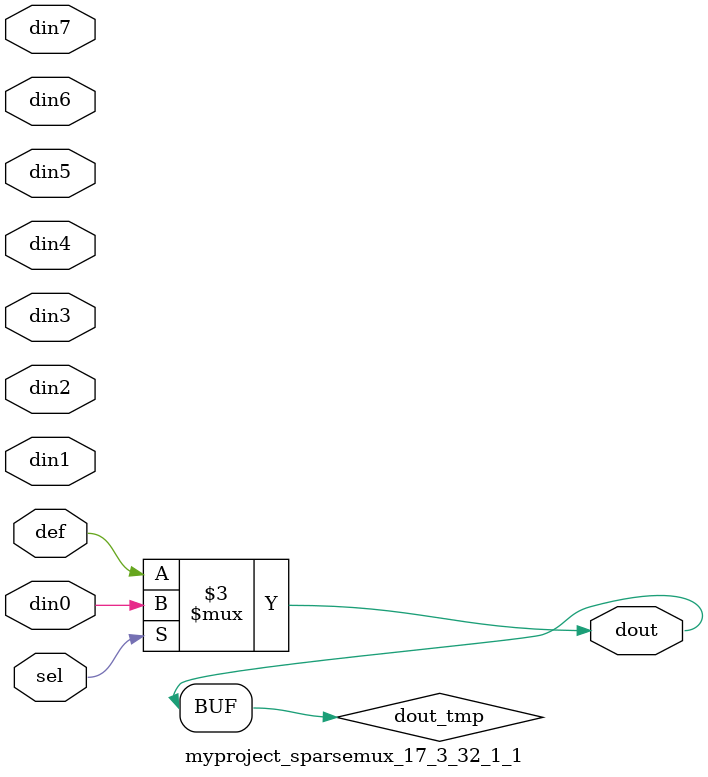
<source format=v>
`timescale 1ns / 1ps

module myproject_sparsemux_17_3_32_1_1 (din0,din1,din2,din3,din4,din5,din6,din7,def,sel,dout);

parameter din0_WIDTH = 1;

parameter din1_WIDTH = 1;

parameter din2_WIDTH = 1;

parameter din3_WIDTH = 1;

parameter din4_WIDTH = 1;

parameter din5_WIDTH = 1;

parameter din6_WIDTH = 1;

parameter din7_WIDTH = 1;

parameter def_WIDTH = 1;
parameter sel_WIDTH = 1;
parameter dout_WIDTH = 1;

parameter [sel_WIDTH-1:0] CASE0 = 1;

parameter [sel_WIDTH-1:0] CASE1 = 1;

parameter [sel_WIDTH-1:0] CASE2 = 1;

parameter [sel_WIDTH-1:0] CASE3 = 1;

parameter [sel_WIDTH-1:0] CASE4 = 1;

parameter [sel_WIDTH-1:0] CASE5 = 1;

parameter [sel_WIDTH-1:0] CASE6 = 1;

parameter [sel_WIDTH-1:0] CASE7 = 1;

parameter ID = 1;
parameter NUM_STAGE = 1;



input [din0_WIDTH-1:0] din0;

input [din1_WIDTH-1:0] din1;

input [din2_WIDTH-1:0] din2;

input [din3_WIDTH-1:0] din3;

input [din4_WIDTH-1:0] din4;

input [din5_WIDTH-1:0] din5;

input [din6_WIDTH-1:0] din6;

input [din7_WIDTH-1:0] din7;

input [def_WIDTH-1:0] def;
input [sel_WIDTH-1:0] sel;

output [dout_WIDTH-1:0] dout;



reg [dout_WIDTH-1:0] dout_tmp;

always @ (*) begin
case (sel)
    
    CASE0 : dout_tmp = din0;
    
    CASE1 : dout_tmp = din1;
    
    CASE2 : dout_tmp = din2;
    
    CASE3 : dout_tmp = din3;
    
    CASE4 : dout_tmp = din4;
    
    CASE5 : dout_tmp = din5;
    
    CASE6 : dout_tmp = din6;
    
    CASE7 : dout_tmp = din7;
    
    default : dout_tmp = def;
endcase
end


assign dout = dout_tmp;



endmodule

</source>
